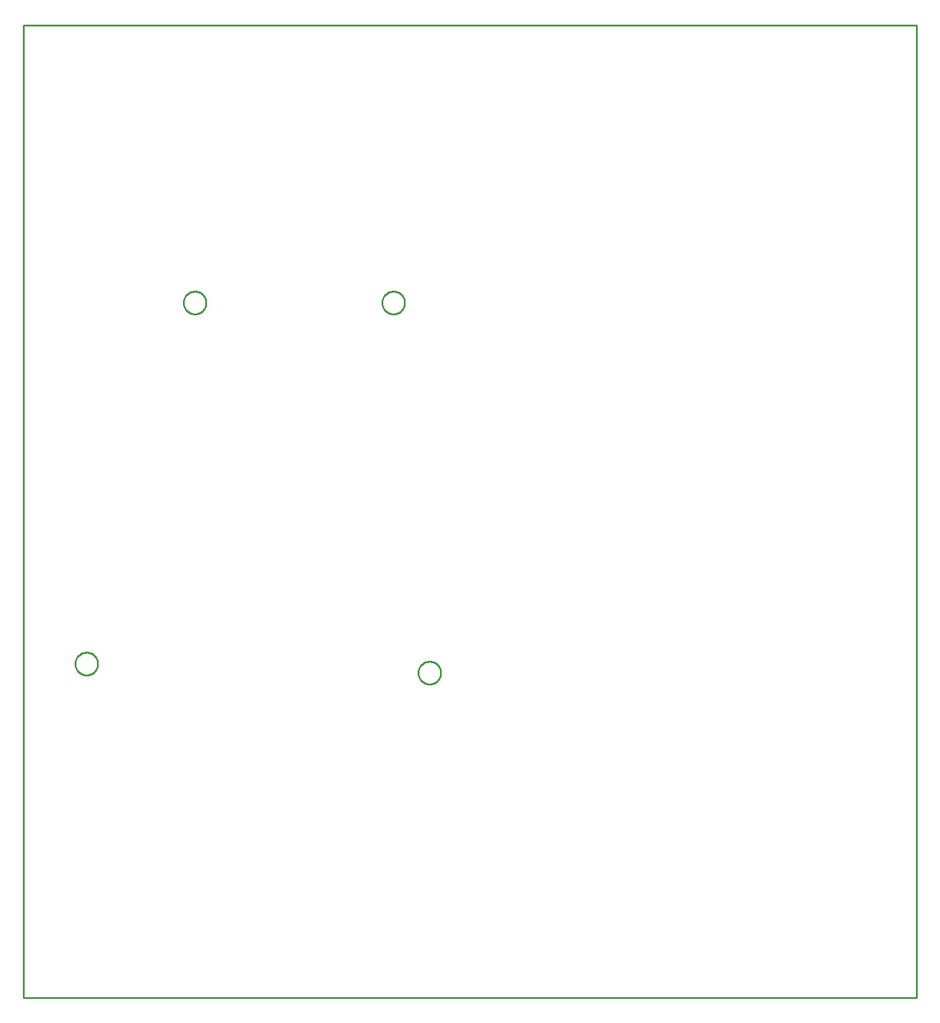
<source format=gbr>
G04 EAGLE Gerber RS-274X export*
G75*
%MOMM*%
%FSLAX34Y34*%
%LPD*%
%IN*%
%IPPOS*%
%AMOC8*
5,1,8,0,0,1.08239X$1,22.5*%
G01*
%ADD10C,0.254000*%


D10*
X-990600Y-25400D02*
X266500Y-25400D01*
X266500Y1342900D01*
X-990600Y1342900D01*
X-990600Y-25400D01*
X-901180Y460375D02*
X-900143Y460307D01*
X-899113Y460171D01*
X-898093Y459969D01*
X-897089Y459700D01*
X-896105Y459365D01*
X-895145Y458968D01*
X-894213Y458508D01*
X-893312Y457988D01*
X-892448Y457411D01*
X-891624Y456778D01*
X-890842Y456093D01*
X-890107Y455358D01*
X-889422Y454576D01*
X-888789Y453752D01*
X-888212Y452888D01*
X-887692Y451987D01*
X-887232Y451055D01*
X-886835Y450095D01*
X-886500Y449111D01*
X-886231Y448107D01*
X-886029Y447087D01*
X-885893Y446057D01*
X-885825Y445020D01*
X-885825Y443980D01*
X-885893Y442943D01*
X-886029Y441913D01*
X-886231Y440893D01*
X-886500Y439889D01*
X-886835Y438905D01*
X-887232Y437945D01*
X-887692Y437013D01*
X-888212Y436112D01*
X-888789Y435248D01*
X-889422Y434424D01*
X-890107Y433642D01*
X-890842Y432907D01*
X-891624Y432222D01*
X-892448Y431589D01*
X-893312Y431012D01*
X-894213Y430492D01*
X-895145Y430032D01*
X-896105Y429635D01*
X-897089Y429300D01*
X-898093Y429031D01*
X-899113Y428829D01*
X-900143Y428693D01*
X-901180Y428625D01*
X-902220Y428625D01*
X-903257Y428693D01*
X-904287Y428829D01*
X-905307Y429031D01*
X-906311Y429300D01*
X-907295Y429635D01*
X-908255Y430032D01*
X-909187Y430492D01*
X-910088Y431012D01*
X-910952Y431589D01*
X-911776Y432222D01*
X-912558Y432907D01*
X-913293Y433642D01*
X-913978Y434424D01*
X-914611Y435248D01*
X-915188Y436112D01*
X-915708Y437013D01*
X-916168Y437945D01*
X-916565Y438905D01*
X-916900Y439889D01*
X-917169Y440893D01*
X-917371Y441913D01*
X-917507Y442943D01*
X-917575Y443980D01*
X-917575Y445020D01*
X-917507Y446057D01*
X-917371Y447087D01*
X-917169Y448107D01*
X-916900Y449111D01*
X-916565Y450095D01*
X-916168Y451055D01*
X-915708Y451987D01*
X-915188Y452888D01*
X-914611Y453752D01*
X-913978Y454576D01*
X-913293Y455358D01*
X-912558Y456093D01*
X-911776Y456778D01*
X-910952Y457411D01*
X-910088Y457988D01*
X-909187Y458508D01*
X-908255Y458968D01*
X-907295Y459365D01*
X-906311Y459700D01*
X-905307Y459969D01*
X-904287Y460171D01*
X-903257Y460307D01*
X-902220Y460375D01*
X-901180Y460375D01*
X-748780Y968375D02*
X-747743Y968307D01*
X-746713Y968171D01*
X-745693Y967969D01*
X-744689Y967700D01*
X-743705Y967365D01*
X-742745Y966968D01*
X-741813Y966508D01*
X-740912Y965988D01*
X-740048Y965411D01*
X-739224Y964778D01*
X-738442Y964093D01*
X-737707Y963358D01*
X-737022Y962576D01*
X-736389Y961752D01*
X-735812Y960888D01*
X-735292Y959987D01*
X-734832Y959055D01*
X-734435Y958095D01*
X-734100Y957111D01*
X-733831Y956107D01*
X-733629Y955087D01*
X-733493Y954057D01*
X-733425Y953020D01*
X-733425Y951980D01*
X-733493Y950943D01*
X-733629Y949913D01*
X-733831Y948893D01*
X-734100Y947889D01*
X-734435Y946905D01*
X-734832Y945945D01*
X-735292Y945013D01*
X-735812Y944112D01*
X-736389Y943248D01*
X-737022Y942424D01*
X-737707Y941642D01*
X-738442Y940907D01*
X-739224Y940222D01*
X-740048Y939589D01*
X-740912Y939012D01*
X-741813Y938492D01*
X-742745Y938032D01*
X-743705Y937635D01*
X-744689Y937300D01*
X-745693Y937031D01*
X-746713Y936829D01*
X-747743Y936693D01*
X-748780Y936625D01*
X-749820Y936625D01*
X-750857Y936693D01*
X-751887Y936829D01*
X-752907Y937031D01*
X-753911Y937300D01*
X-754895Y937635D01*
X-755855Y938032D01*
X-756787Y938492D01*
X-757688Y939012D01*
X-758552Y939589D01*
X-759376Y940222D01*
X-760158Y940907D01*
X-760893Y941642D01*
X-761578Y942424D01*
X-762211Y943248D01*
X-762788Y944112D01*
X-763308Y945013D01*
X-763768Y945945D01*
X-764165Y946905D01*
X-764500Y947889D01*
X-764769Y948893D01*
X-764971Y949913D01*
X-765107Y950943D01*
X-765175Y951980D01*
X-765175Y953020D01*
X-765107Y954057D01*
X-764971Y955087D01*
X-764769Y956107D01*
X-764500Y957111D01*
X-764165Y958095D01*
X-763768Y959055D01*
X-763308Y959987D01*
X-762788Y960888D01*
X-762211Y961752D01*
X-761578Y962576D01*
X-760893Y963358D01*
X-760158Y964093D01*
X-759376Y964778D01*
X-758552Y965411D01*
X-757688Y965988D01*
X-756787Y966508D01*
X-755855Y966968D01*
X-754895Y967365D01*
X-753911Y967700D01*
X-752907Y967969D01*
X-751887Y968171D01*
X-750857Y968307D01*
X-749820Y968375D01*
X-748780Y968375D01*
X-469380Y968375D02*
X-468343Y968307D01*
X-467313Y968171D01*
X-466293Y967969D01*
X-465289Y967700D01*
X-464305Y967365D01*
X-463345Y966968D01*
X-462413Y966508D01*
X-461512Y965988D01*
X-460648Y965411D01*
X-459824Y964778D01*
X-459042Y964093D01*
X-458307Y963358D01*
X-457622Y962576D01*
X-456989Y961752D01*
X-456412Y960888D01*
X-455892Y959987D01*
X-455432Y959055D01*
X-455035Y958095D01*
X-454700Y957111D01*
X-454431Y956107D01*
X-454229Y955087D01*
X-454093Y954057D01*
X-454025Y953020D01*
X-454025Y951980D01*
X-454093Y950943D01*
X-454229Y949913D01*
X-454431Y948893D01*
X-454700Y947889D01*
X-455035Y946905D01*
X-455432Y945945D01*
X-455892Y945013D01*
X-456412Y944112D01*
X-456989Y943248D01*
X-457622Y942424D01*
X-458307Y941642D01*
X-459042Y940907D01*
X-459824Y940222D01*
X-460648Y939589D01*
X-461512Y939012D01*
X-462413Y938492D01*
X-463345Y938032D01*
X-464305Y937635D01*
X-465289Y937300D01*
X-466293Y937031D01*
X-467313Y936829D01*
X-468343Y936693D01*
X-469380Y936625D01*
X-470420Y936625D01*
X-471457Y936693D01*
X-472487Y936829D01*
X-473507Y937031D01*
X-474511Y937300D01*
X-475495Y937635D01*
X-476455Y938032D01*
X-477387Y938492D01*
X-478288Y939012D01*
X-479152Y939589D01*
X-479976Y940222D01*
X-480758Y940907D01*
X-481493Y941642D01*
X-482178Y942424D01*
X-482811Y943248D01*
X-483388Y944112D01*
X-483908Y945013D01*
X-484368Y945945D01*
X-484765Y946905D01*
X-485100Y947889D01*
X-485369Y948893D01*
X-485571Y949913D01*
X-485707Y950943D01*
X-485775Y951980D01*
X-485775Y953020D01*
X-485707Y954057D01*
X-485571Y955087D01*
X-485369Y956107D01*
X-485100Y957111D01*
X-484765Y958095D01*
X-484368Y959055D01*
X-483908Y959987D01*
X-483388Y960888D01*
X-482811Y961752D01*
X-482178Y962576D01*
X-481493Y963358D01*
X-480758Y964093D01*
X-479976Y964778D01*
X-479152Y965411D01*
X-478288Y965988D01*
X-477387Y966508D01*
X-476455Y966968D01*
X-475495Y967365D01*
X-474511Y967700D01*
X-473507Y967969D01*
X-472487Y968171D01*
X-471457Y968307D01*
X-470420Y968375D01*
X-469380Y968375D01*
X-418580Y447675D02*
X-417543Y447607D01*
X-416513Y447471D01*
X-415493Y447269D01*
X-414489Y447000D01*
X-413505Y446665D01*
X-412545Y446268D01*
X-411613Y445808D01*
X-410712Y445288D01*
X-409848Y444711D01*
X-409024Y444078D01*
X-408242Y443393D01*
X-407507Y442658D01*
X-406822Y441876D01*
X-406189Y441052D01*
X-405612Y440188D01*
X-405092Y439287D01*
X-404632Y438355D01*
X-404235Y437395D01*
X-403900Y436411D01*
X-403631Y435407D01*
X-403429Y434387D01*
X-403293Y433357D01*
X-403225Y432320D01*
X-403225Y431280D01*
X-403293Y430243D01*
X-403429Y429213D01*
X-403631Y428193D01*
X-403900Y427189D01*
X-404235Y426205D01*
X-404632Y425245D01*
X-405092Y424313D01*
X-405612Y423412D01*
X-406189Y422548D01*
X-406822Y421724D01*
X-407507Y420942D01*
X-408242Y420207D01*
X-409024Y419522D01*
X-409848Y418889D01*
X-410712Y418312D01*
X-411613Y417792D01*
X-412545Y417332D01*
X-413505Y416935D01*
X-414489Y416600D01*
X-415493Y416331D01*
X-416513Y416129D01*
X-417543Y415993D01*
X-418580Y415925D01*
X-419620Y415925D01*
X-420657Y415993D01*
X-421687Y416129D01*
X-422707Y416331D01*
X-423711Y416600D01*
X-424695Y416935D01*
X-425655Y417332D01*
X-426587Y417792D01*
X-427488Y418312D01*
X-428352Y418889D01*
X-429176Y419522D01*
X-429958Y420207D01*
X-430693Y420942D01*
X-431378Y421724D01*
X-432011Y422548D01*
X-432588Y423412D01*
X-433108Y424313D01*
X-433568Y425245D01*
X-433965Y426205D01*
X-434300Y427189D01*
X-434569Y428193D01*
X-434771Y429213D01*
X-434907Y430243D01*
X-434975Y431280D01*
X-434975Y432320D01*
X-434907Y433357D01*
X-434771Y434387D01*
X-434569Y435407D01*
X-434300Y436411D01*
X-433965Y437395D01*
X-433568Y438355D01*
X-433108Y439287D01*
X-432588Y440188D01*
X-432011Y441052D01*
X-431378Y441876D01*
X-430693Y442658D01*
X-429958Y443393D01*
X-429176Y444078D01*
X-428352Y444711D01*
X-427488Y445288D01*
X-426587Y445808D01*
X-425655Y446268D01*
X-424695Y446665D01*
X-423711Y447000D01*
X-422707Y447269D01*
X-421687Y447471D01*
X-420657Y447607D01*
X-419620Y447675D01*
X-418580Y447675D01*
M02*

</source>
